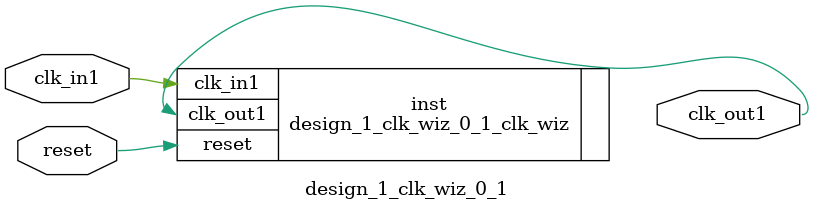
<source format=v>


`timescale 1ps/1ps

(* CORE_GENERATION_INFO = "design_1_clk_wiz_0_1,clk_wiz_v6_0_9_0_0,{component_name=design_1_clk_wiz_0_1,use_phase_alignment=true,use_min_o_jitter=false,use_max_i_jitter=false,use_dyn_phase_shift=false,use_inclk_switchover=false,use_dyn_reconfig=false,enable_axi=0,feedback_source=FDBK_AUTO,PRIMITIVE=MMCM,num_out_clk=1,clkin1_period=10.000,clkin2_period=10.000,use_power_down=false,use_reset=true,use_locked=false,use_inclk_stopped=false,feedback_type=SINGLE,CLOCK_MGR_TYPE=NA,manual_override=false}" *)

module design_1_clk_wiz_0_1 
 (
  // Clock out ports
  output        clk_out1,
  // Status and control signals
  input         reset,
 // Clock in ports
  input         clk_in1
 );

  design_1_clk_wiz_0_1_clk_wiz inst
  (
  // Clock out ports  
  .clk_out1(clk_out1),
  // Status and control signals               
  .reset(reset), 
 // Clock in ports
  .clk_in1(clk_in1)
  );

endmodule

</source>
